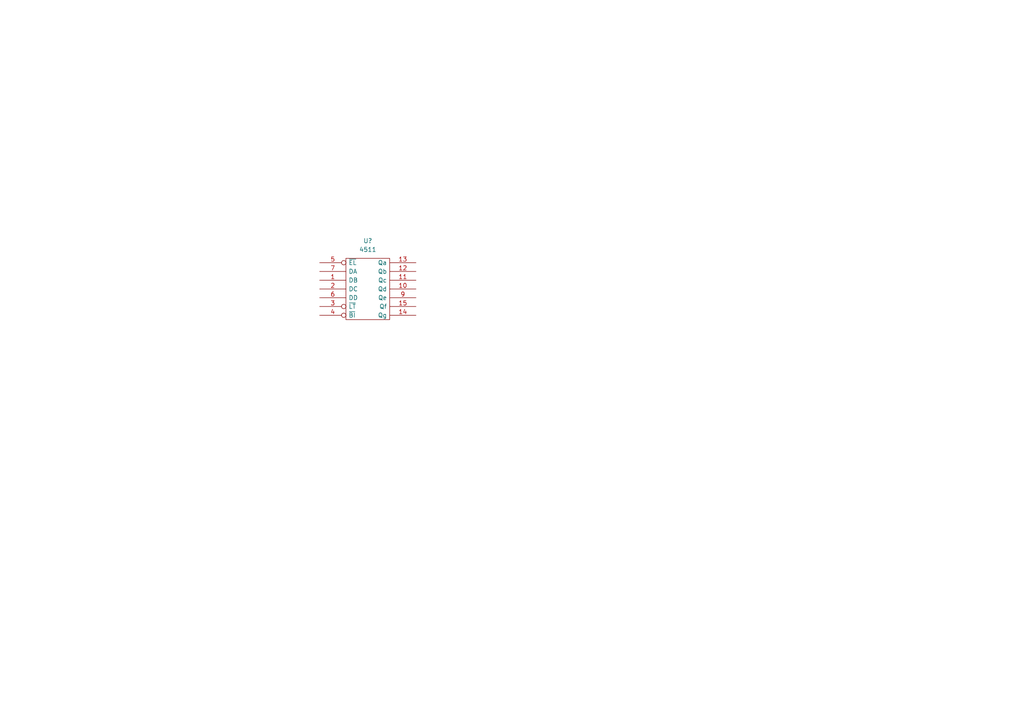
<source format=kicad_sch>
(kicad_sch (version 20210621) (generator eeschema)
  (paper "A4")
  (lib_symbols
    (symbol "4xxx_IEEE:4511" (pin_names (offset 0.762))
      (property "Reference" "U" (at 8.89 11.43 0))
      (property "Value" "4511" (at 8.89 -11.43 0))
      (symbol "4511_0_1"
        (rectangle (start -6.35 8.89) (end 6.35 -8.89))
      )
      (symbol "4511_1_1"
        (pin input line (at -13.97 2.54 0) (length 7.62) (name "DB") (number "1"))
        (pin output line (at 13.97 0 180) (length 7.62) (name "Qd") (number "10"))
        (pin output line (at 13.97 2.54 180) (length 7.62) (name "Qc") (number "11"))
        (pin output line (at 13.97 5.08 180) (length 7.62) (name "Qb") (number "12"))
        (pin output line (at 13.97 7.62 180) (length 7.62) (name "Qa") (number "13"))
        (pin output line (at 13.97 -7.62 180) (length 7.62) (name "Qg") (number "14"))
        (pin output line (at 13.97 -5.08 180) (length 7.62) (name "Qf") (number "15"))
        (pin power_in line (at 0 8.89 270) (length 0) hide (name "Vdd") (number "16"))
        (pin input line (at -13.97 0 0) (length 7.62) (name "DC") (number "2"))
        (pin input inverted (at -13.97 -5.08 0) (length 7.62) (name "~{LT}") (number "3"))
        (pin input inverted (at -13.97 -7.62 0) (length 7.62) (name "~{BI}") (number "4"))
        (pin input inverted (at -13.97 7.62 0) (length 7.62) (name "~{EL}") (number "5"))
        (pin input line (at -13.97 -2.54 0) (length 7.62) (name "DD") (number "6"))
        (pin input line (at -13.97 5.08 0) (length 7.62) (name "DA") (number "7"))
        (pin power_in line (at 0 -8.89 90) (length 0) hide (name "Vss") (number "8"))
        (pin output line (at 13.97 -2.54 180) (length 7.62) (name "Qe") (number "9"))
      )
    )
  )
  (symbol (lib_id "4xxx_IEEE:4511") (at 106.68 83.82 0) (unit 1)
    (property "Reference" "U?" (at 106.68 69.85 0))
    (property "Value" "4511" (at 106.68 72.39 0))
  )
)
</source>
